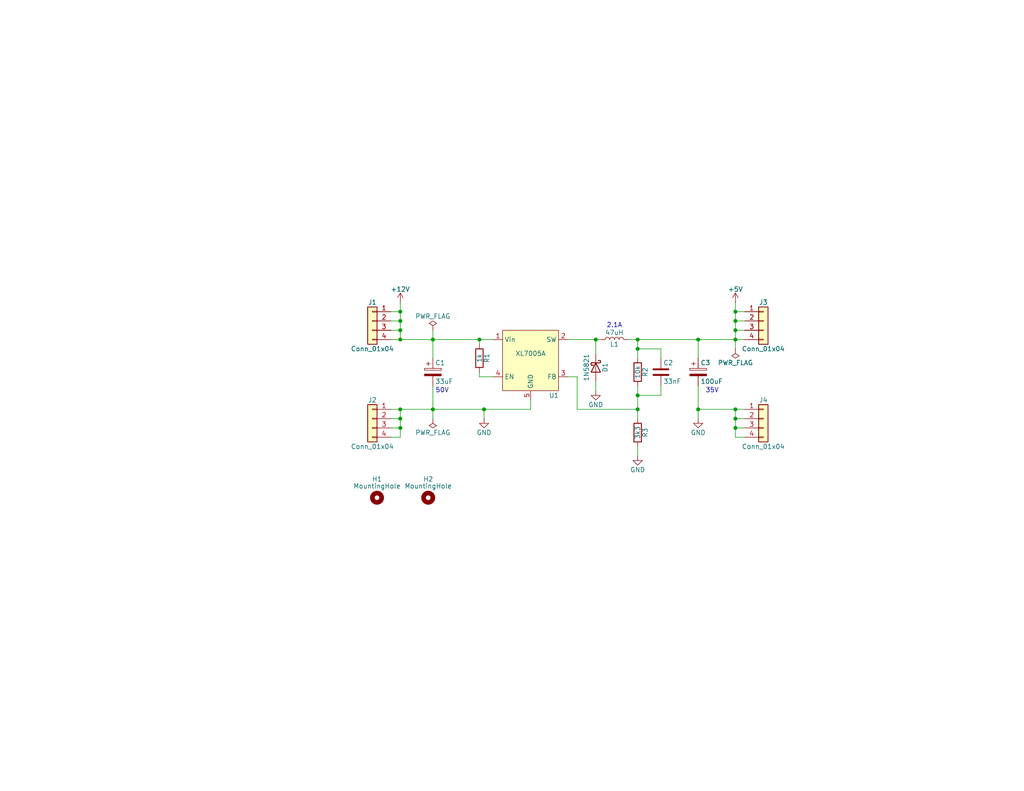
<source format=kicad_sch>
(kicad_sch (version 20231120) (generator "eeschema") (generator_version "8.0")
  (paper "A")
  (title_block (title "XL7005A Test PCB") (date "2024-06-26") (company "Perry Leumas"))
  (lib_symbols
    (symbol "Connector_Generic:Conn_01x04" (pin_names (offset 1.016) hide)
      (property "Reference" "J" (at 0 5.08 0))
      (property "Value" "Conn_01x04" (at 0 -7.62 0))
      (symbol "Conn_01x04_1_1"
        (rectangle (start -1.27 -4.953) (end 0 -5.207) (stroke (width 0.1524)))
        (rectangle (start -1.27 -2.413) (end 0 -2.667) (stroke (width 0.1524)))
        (rectangle (start -1.27 0.127) (end 0 -0.127) (stroke (width 0.1524)))
        (rectangle (start -1.27 2.667) (end 0 2.413) (stroke (width 0.1524)))
        (rectangle (start -1.27 3.81) (end 1.27 -6.35) (stroke (width 0.254)) (fill (type background)))
        (pin passive line (at -5.08 2.54 0) (length 3.81) (name "Pin_1") (number "1"))
        (pin passive line (at -5.08 0 0) (length 3.81) (name "Pin_2") (number "2"))
        (pin passive line (at -5.08 -2.54 0) (length 3.81) (name "Pin_3") (number "3"))
        (pin passive line (at -5.08 -5.08 0) (length 3.81) (name "Pin_4") (number "4"))
      )
    )
    (symbol "Device:C" (pin_numbers hide) (pin_names (offset 0.254))
      (property "Reference" "C" (at 0.635 2.54 0))
      (property "Value" "C" (at 0.635 -2.54 0))
      (symbol "C_0_1"
        (polyline (pts (xy -2.032 -0.762) (xy 2.032 -0.762)) (stroke (width 0.508)))
        (polyline (pts (xy -2.032 0.762) (xy 2.032 0.762)) (stroke (width 0.508)))
      )
      (symbol "C_1_1"
        (pin passive line (at 0 3.81 270) (length 2.794) (name "~") (number "1"))
        (pin passive line (at 0 -3.81 90) (length 2.794) (name "~") (number "2"))
      )
    )
    (symbol "Device:C_Polarized" (pin_numbers hide) (pin_names (offset 0.254))
      (property "Reference" "C" (at 0.635 2.54 0))
      (property "Value" "C_Polarized" (at 0.635 -2.54 0))
      (symbol "C_Polarized_0_1"
        (rectangle (start -2.286 0.508) (end 2.286 1.016))
        (polyline (pts (xy -1.778 2.286) (xy -0.762 2.286)))
        (polyline (pts (xy -1.27 2.794) (xy -1.27 1.778)))
        (rectangle (start 2.286 -0.508) (end -2.286 -1.016) (fill (type outline)))
      )
      (symbol "C_Polarized_1_1"
        (pin passive line (at 0 3.81 270) (length 2.794) (name "~") (number "1"))
        (pin passive line (at 0 -3.81 90) (length 2.794) (name "~") (number "2"))
      )
    )
    (symbol "Device:L" (pin_numbers hide) (pin_names (offset 1.016) hide)
      (property "Reference" "L" (at -1.27 0 90))
      (property "Value" "L" (at 1.905 0 90))
      (symbol "L_0_1"
        (arc (start 0 -2.54) (mid 0.6323 -1.905) (end 0 -1.27))
        (arc (start 0 -1.27) (mid 0.6323 -0.635) (end 0 0))
        (arc (start 0 0) (mid 0.6323 0.635) (end 0 1.27))
        (arc (start 0 1.27) (mid 0.6323 1.905) (end 0 2.54))
      )
      (symbol "L_1_1"
        (pin passive line (at 0 3.81 270) (length 1.27) (name "1") (number "1"))
        (pin passive line (at 0 -3.81 90) (length 1.27) (name "2") (number "2"))
      )
    )
    (symbol "Device:R" (pin_numbers hide) (pin_names (offset 0))
      (property "Reference" "R" (at 2.032 0 90))
      (property "Value" "R" (at 0 0 90))
      (symbol "R_0_1"
        (rectangle (start -1.016 -2.54) (end 1.016 2.54) (stroke (width 0.254)))
      )
      (symbol "R_1_1"
        (pin passive line (at 0 3.81 270) (length 1.27) (name "~") (number "1"))
        (pin passive line (at 0 -3.81 90) (length 1.27) (name "~") (number "2"))
      )
    )
    (symbol "Diode:1N5821" (pin_numbers hide) (pin_names (offset 1.016) hide)
      (property "Reference" "D" (at 0 2.54 0))
      (property "Value" "1N5821" (at 0 -2.54 0))
      (symbol "1N5821_0_1"
        (polyline (pts (xy 1.27 0) (xy -1.27 0)))
        (polyline (pts (xy 1.27 1.27) (xy 1.27 -1.27) (xy -1.27 0) (xy 1.27 1.27)) (stroke (width 0.254)))
        (polyline (pts (xy -1.905 0.635) (xy -1.905 1.27) (xy -1.27 1.27) (xy -1.27 -1.27) (xy -0.635 -1.27) (xy -0.635 -0.635)) (stroke (width 0.254)))
      )
      (symbol "1N5821_1_1"
        (pin passive line (at -3.81 0 0) (length 2.54) (name "K") (number "1"))
        (pin passive line (at 3.81 0 180) (length 2.54) (name "A") (number "2"))
      )
    )
    (symbol "Mechanical:MountingHole" (pin_names (offset 1.016)) (exclude_from_sim yes) (in_bom no)
      (property "Reference" "H" (at 0 5.08 0))
      (property "Value" "MountingHole" (at 0 3.175 0))
      (symbol "MountingHole_0_1"
        (circle (center 0 0) (radius 1.27) (stroke (width 1.27)))
      )
    )
    (symbol "pl_dcdc:XL7005A"
      (property "Reference" "U" (at 6.35 -15.24 0))
      (property "Value" "XL7005A" (at 0 -3.81 0))
      (symbol "XL7005A_1_1"
        (rectangle (start -7.62 2.54) (end 7.62 -13.97) (fill (type background)))
        (pin power_in line (at -10.16 0 0) (length 2.54) (name "Vin") (number "1"))
        (pin power_out line (at 10.16 0 180) (length 2.54) (name "SW") (number "2"))
        (pin input line (at 10.16 -10.16 180) (length 2.54) (name "FB") (number "3"))
        (pin input line (at -10.16 -10.16 0) (length 2.54) (name "EN") (number "4"))
        (pin power_in line (at 0 -16.51 90) (length 2.54) (name "GND") (number "5"))
        (pin power_in line (at 0 -16.51 90) (length 2.54) hide (name "GND") (number "6"))
        (pin power_in line (at 0 -16.51 90) (length 2.54) hide (name "GND") (number "7"))
        (pin power_in line (at 0 -16.51 90) (length 2.54) hide (name "GND") (number "8"))
        (pin power_in line (at 0 -16.51 90) (length 2.54) hide (name "PAD") (number "9"))
      )
    )
    (symbol "power:+12V" (power) (pin_numbers hide) (pin_names (offset 0) hide)
      (property "Value" "+12V" (at 0 3.556 0))
      (symbol "+12V_0_1"
        (polyline (pts (xy -0.762 1.27) (xy 0 2.54)))
        (polyline (pts (xy 0 0) (xy 0 2.54)))
        (polyline (pts (xy 0 2.54) (xy 0.762 1.27)))
      )
      (symbol "+12V_1_1"
        (pin power_in line (at 0 0 90) (length 0) (name "~") (number "1"))
      )
    )
    (symbol "power:+5V" (power) (pin_numbers hide) (pin_names (offset 0) hide)
      (property "Value" "+5V" (at 0 3.556 0))
      (symbol "+5V_0_1"
        (polyline (pts (xy -0.762 1.27) (xy 0 2.54)))
        (polyline (pts (xy 0 0) (xy 0 2.54)))
        (polyline (pts (xy 0 2.54) (xy 0.762 1.27)))
      )
      (symbol "+5V_1_1"
        (pin power_in line (at 0 0 90) (length 0) (name "~") (number "1"))
      )
    )
    (symbol "power:GND" (power) (pin_numbers hide) (pin_names (offset 0) hide)
      (property "Value" "GND" (at 0 -3.81 0))
      (symbol "GND_0_1"
        (polyline (pts (xy 0 0) (xy 0 -1.27) (xy 1.27 -1.27) (xy 0 -2.54) (xy -1.27 -1.27) (xy 0 -1.27)))
      )
      (symbol "GND_1_1"
        (pin power_in line (at 0 0 270) (length 0) (name "~") (number "1"))
      )
    )
    (symbol "power:PWR_FLAG" (power) (pin_numbers hide) (pin_names (offset 0) hide)
      (property "Value" "PWR_FLAG" (at 0 3.81 0))
      (symbol "PWR_FLAG_0_0"
        (pin power_out line (at 0 0 90) (length 0) (name "~") (number "1"))
      )
      (symbol "PWR_FLAG_0_1"
        (polyline (pts (xy 0 0) (xy 0 1.27) (xy -1.016 1.905) (xy 0 2.54) (xy 1.016 1.905) (xy 0 1.27)))
      )
    )
  )
  (junction (at 173.99 111.76))
  (junction (at 200.66 116.84))
  (junction (at 200.66 114.3))
  (junction (at 173.99 107.95))
  (junction (at 200.66 90.17))
  (junction (at 162.56 92.71))
  (junction (at 109.22 90.17))
  (junction (at 200.66 85.09))
  (junction (at 132.08 111.76))
  (junction (at 109.22 111.76))
  (junction (at 109.22 92.71))
  (junction (at 200.66 92.71))
  (junction (at 173.99 92.71))
  (junction (at 109.22 87.63))
  (junction (at 190.5 92.71))
  (junction (at 109.22 85.09))
  (junction (at 109.22 114.3))
  (junction (at 173.99 95.25))
  (junction (at 200.66 111.76))
  (junction (at 200.66 87.63))
  (junction (at 118.11 92.71))
  (junction (at 130.81 92.71))
  (junction (at 109.22 116.84))
  (junction (at 190.5 111.76))
  (junction (at 118.11 111.76))
  (wire (pts (xy 200.66 90.17) (xy 203.2 90.17)))
  (wire (pts (xy 157.48 111.76) (xy 157.48 102.87)))
  (wire (pts (xy 180.34 97.79) (xy 180.34 95.25)))
  (wire (pts (xy 118.11 111.76) (xy 118.11 114.3)))
  (wire (pts (xy 173.99 95.25) (xy 173.99 97.79)))
  (wire (pts (xy 106.68 92.71) (xy 109.22 92.71)))
  (wire (pts (xy 118.11 90.17) (xy 118.11 92.71)))
  (wire (pts (xy 118.11 92.71) (xy 130.81 92.71)))
  (wire (pts (xy 109.22 116.84) (xy 109.22 119.38)))
  (wire (pts (xy 162.56 92.71) (xy 163.83 92.71)))
  (wire (pts (xy 200.66 114.3) (xy 200.66 116.84)))
  (wire (pts (xy 171.45 92.71) (xy 173.99 92.71)))
  (wire (pts (xy 130.81 102.87) (xy 134.62 102.87)))
  (wire (pts (xy 173.99 111.76) (xy 157.48 111.76)))
  (wire (pts (xy 180.34 95.25) (xy 173.99 95.25)))
  (wire (pts (xy 144.78 109.22) (xy 144.78 111.76)))
  (wire (pts (xy 106.68 87.63) (xy 109.22 87.63)))
  (wire (pts (xy 106.68 116.84) (xy 109.22 116.84)))
  (wire (pts (xy 173.99 124.46) (xy 173.99 121.92)))
  (wire (pts (xy 109.22 82.55) (xy 109.22 85.09)))
  (wire (pts (xy 200.66 87.63) (xy 200.66 90.17)))
  (wire (pts (xy 106.68 114.3) (xy 109.22 114.3)))
  (wire (pts (xy 109.22 90.17) (xy 109.22 92.71)))
  (wire (pts (xy 109.22 114.3) (xy 109.22 116.84)))
  (wire (pts (xy 173.99 111.76) (xy 173.99 114.3)))
  (wire (pts (xy 200.66 116.84) (xy 200.66 119.38)))
  (wire (pts (xy 162.56 96.52) (xy 162.56 92.71)))
  (wire (pts (xy 106.68 85.09) (xy 109.22 85.09)))
  (wire (pts (xy 200.66 85.09) (xy 200.66 87.63)))
  (wire (pts (xy 109.22 111.76) (xy 118.11 111.76)))
  (wire (pts (xy 200.66 114.3) (xy 203.2 114.3)))
  (wire (pts (xy 118.11 105.41) (xy 118.11 111.76)))
  (wire (pts (xy 130.81 92.71) (xy 134.62 92.71)))
  (wire (pts (xy 173.99 111.76) (xy 173.99 107.95)))
  (wire (pts (xy 173.99 107.95) (xy 180.34 107.95)))
  (wire (pts (xy 154.94 92.71) (xy 162.56 92.71)))
  (wire (pts (xy 106.68 90.17) (xy 109.22 90.17)))
  (wire (pts (xy 200.66 111.76) (xy 203.2 111.76)))
  (wire (pts (xy 200.66 90.17) (xy 200.66 92.71)))
  (wire (pts (xy 130.81 93.98) (xy 130.81 92.71)))
  (wire (pts (xy 180.34 105.41) (xy 180.34 107.95)))
  (wire (pts (xy 190.5 111.76) (xy 190.5 114.3)))
  (wire (pts (xy 118.11 97.79) (xy 118.11 92.71)))
  (wire (pts (xy 200.66 92.71) (xy 203.2 92.71)))
  (wire (pts (xy 200.66 92.71) (xy 200.66 95.25)))
  (wire (pts (xy 109.22 85.09) (xy 109.22 87.63)))
  (wire (pts (xy 109.22 87.63) (xy 109.22 90.17)))
  (wire (pts (xy 200.66 87.63) (xy 203.2 87.63)))
  (wire (pts (xy 106.68 119.38) (xy 109.22 119.38)))
  (wire (pts (xy 118.11 111.76) (xy 132.08 111.76)))
  (wire (pts (xy 154.94 102.87) (xy 157.48 102.87)))
  (wire (pts (xy 190.5 111.76) (xy 200.66 111.76)))
  (wire (pts (xy 132.08 111.76) (xy 132.08 114.3)))
  (wire (pts (xy 106.68 111.76) (xy 109.22 111.76)))
  (wire (pts (xy 190.5 92.71) (xy 200.66 92.71)))
  (wire (pts (xy 109.22 92.71) (xy 118.11 92.71)))
  (wire (pts (xy 173.99 105.41) (xy 173.99 107.95)))
  (wire (pts (xy 173.99 92.71) (xy 173.99 95.25)))
  (wire (pts (xy 132.08 111.76) (xy 144.78 111.76)))
  (wire (pts (xy 203.2 85.09) (xy 200.66 85.09)))
  (wire (pts (xy 200.66 116.84) (xy 203.2 116.84)))
  (wire (pts (xy 200.66 111.76) (xy 200.66 114.3)))
  (wire (pts (xy 173.99 92.71) (xy 190.5 92.71)))
  (wire (pts (xy 200.66 82.55) (xy 200.66 85.09)))
  (wire (pts (xy 190.5 92.71) (xy 190.5 97.79)))
  (wire (pts (xy 130.81 101.6) (xy 130.81 102.87)))
  (wire (pts (xy 190.5 105.41) (xy 190.5 111.76)))
  (wire (pts (xy 203.2 119.38) (xy 200.66 119.38)))
  (wire (pts (xy 162.56 104.14) (xy 162.56 106.68)))
  (wire (pts (xy 109.22 111.76) (xy 109.22 114.3)))
  (text "50V" (at 120.65 106.68 0) (effects (font (size 1.27 1.27))))
  (text "2.1A" (at 167.64 88.9 0) (effects (font (size 1.27 1.27))))
  (text "35V" (at 194.31 106.68 0) (effects (font (size 1.27 1.27))))
  (symbol (lib_id "power:PWR_FLAG") (at 200.66 95.25 180) (unit 1)
    (property "Reference" "#FLG03" (effects (hide yes)))
    (property "Value" "PWR_FLAG" (at 200.66 99.06 0))
    (property "Description" "Special symbol for telling ERC where power comes from" (effects (hide yes)))
  )
  (symbol (lib_id "Device:L") (at 167.64 92.71 90) (unit 1)
    (property "Reference" "L1" (at 167.64 93.98 90))
    (property "Value" "47uH" (at 167.64 90.805 90))
    (property "Footprint" "Inductor_SMD:L_10.4x10.4_H4.8" (effects (hide yes)))
    (property "Description" "Inductor" (effects (hide yes)))
  )
  (symbol (lib_id "Connector_Generic:Conn_01x04") (at 208.28 114.3 0) (unit 1)
    (property "Reference" "J4" (at 208.28 109.22 0))
    (property "Value" "Conn_01x04" (at 208.28 121.92 0))
    (property "Footprint" "Connector_PinHeader_2.54mm:PinHeader_1x04_P2.54mm_Vertical" (effects (hide yes)))
    (property "Description" "Generic connector, single row, 01x04, script generated (kicad-library-utils/schlib/autogen/connector/)" (effects (hide yes)))
  )
  (symbol (lib_id "power:GND") (at 132.08 114.3 0) (unit 1)
    (property "Reference" "#PWR02" (effects (hide yes)))
    (property "Value" "GND" (at 132.08 118.11 0))
    (property "Description" "Power symbol creates a global label with name \"GND\" , ground" (effects (hide yes)))
  )
  (symbol (lib_id "Device:R") (at 130.81 97.79 0) (unit 1)
    (property "Reference" "R1" (at 132.842 97.79 90))
    (property "Value" "1k" (at 130.81 97.79 90))
    (property "Footprint" "Resistor_THT:R_Axial_DIN0207_L6.3mm_D2.5mm_P10.16mm_Horizontal" (effects (hide yes)))
    (property "Description" "Resistor" (effects (hide yes)))
  )
  (symbol (lib_id "Device:R") (at 173.99 118.11 0) (unit 1)
    (property "Reference" "R3" (at 176.022 118.11 90))
    (property "Value" "3k3" (at 173.99 118.11 90))
    (property "Footprint" "Resistor_THT:R_Axial_DIN0207_L6.3mm_D2.5mm_P10.16mm_Horizontal" (effects (hide yes)))
    (property "Description" "Resistor" (effects (hide yes)))
  )
  (symbol (lib_id "Connector_Generic:Conn_01x04") (at 101.6 87.63 0) (mirror y) (unit 1)
    (property "Reference" "J1" (at 101.6 82.55 0))
    (property "Value" "Conn_01x04" (at 101.6 95.25 0))
    (property "Footprint" "Connector_PinHeader_2.54mm:PinHeader_1x04_P2.54mm_Vertical" (effects (hide yes)))
    (property "Description" "Generic connector, single row, 01x04, script generated (kicad-library-utils/schlib/autogen/connector/)" (effects (hide yes)))
  )
  (symbol (lib_id "pl_dcdc:XL7005A") (at 144.78 92.71 0) (unit 1)
    (property "Reference" "U1" (at 151.13 107.95 0))
    (property "Value" "XL7005A" (at 144.78 96.52 0))
    (property "Footprint" "Package_SO:SOIC-8-1EP_3.9x4.9mm_P1.27mm_EP2.41x3.3mm" (effects (hide yes)))
  )
  (symbol (lib_id "Mechanical:MountingHole") (at 102.87 135.89 0) (unit 1) (exclude_from_sim yes) (in_bom no)
    (property "Reference" "H1" (at 102.87 130.81 0))
    (property "Value" "MountingHole" (at 102.87 132.715 0))
    (property "Footprint" "MountingHole:MountingHole_3.2mm_M3" (effects (hide yes)))
    (property "Description" "Mounting Hole without connection" (effects (hide yes)))
  )
  (symbol (lib_id "power:+12V") (at 109.22 82.55 0) (unit 1)
    (property "Reference" "#PWR01" (effects (hide yes)))
    (property "Value" "+12V" (at 109.22 78.994 0))
    (property "Description" "Power symbol creates a global label with name \"+12V\"" (effects (hide yes)))
  )
  (symbol (lib_id "Device:R") (at 173.99 101.6 0) (unit 1)
    (property "Reference" "R2" (at 176.022 101.6 90))
    (property "Value" "10k" (at 173.99 101.6 90))
    (property "Footprint" "Resistor_THT:R_Axial_DIN0207_L6.3mm_D2.5mm_P10.16mm_Horizontal" (effects (hide yes)))
    (property "Description" "Resistor" (effects (hide yes)))
  )
  (symbol (lib_id "power:GND") (at 173.99 124.46 0) (unit 1)
    (property "Reference" "#PWR04" (effects (hide yes)))
    (property "Value" "GND" (at 173.99 128.27 0))
    (property "Description" "Power symbol creates a global label with name \"GND\" , ground" (effects (hide yes)))
  )
  (symbol (lib_id "Connector_Generic:Conn_01x04") (at 101.6 114.3 0) (mirror y) (unit 1)
    (property "Reference" "J2" (at 101.6 109.22 0))
    (property "Value" "Conn_01x04" (at 101.6 121.92 0))
    (property "Footprint" "Connector_PinHeader_2.54mm:PinHeader_1x04_P2.54mm_Vertical" (effects (hide yes)))
    (property "Description" "Generic connector, single row, 01x04, script generated (kicad-library-utils/schlib/autogen/connector/)" (effects (hide yes)))
  )
  (symbol (lib_id "Device:C") (at 180.34 101.6 0) (unit 1)
    (property "Reference" "C2" (at 180.975 99.06 0) (effects (justify left)))
    (property "Value" "33nF" (at 180.975 104.14 0) (effects (justify left)))
    (property "Footprint" "Capacitor_THT:C_Disc_D3.8mm_W2.6mm_P2.50mm" (effects (hide yes)))
    (property "Description" "Unpolarized capacitor" (effects (hide yes)))
  )
  (symbol (lib_id "Connector_Generic:Conn_01x04") (at 208.28 87.63 0) (unit 1)
    (property "Reference" "J3" (at 208.28 82.55 0))
    (property "Value" "Conn_01x04" (at 208.28 95.25 0))
    (property "Footprint" "Connector_PinHeader_2.54mm:PinHeader_1x04_P2.54mm_Vertical" (effects (hide yes)))
    (property "Description" "Generic connector, single row, 01x04, script generated (kicad-library-utils/schlib/autogen/connector/)" (effects (hide yes)))
  )
  (symbol (lib_id "Device:C_Polarized") (at 190.5 101.6 0) (unit 1)
    (property "Reference" "C3" (at 191.135 99.06 0) (effects (justify left)))
    (property "Value" "100uF" (at 191.135 104.14 0) (effects (justify left)))
    (property "Footprint" "Capacitor_THT:CP_Radial_D6.3mm_P2.50mm" (effects (hide yes)))
    (property "Description" "Polarized capacitor" (effects (hide yes)))
  )
  (symbol (lib_id "Device:C_Polarized") (at 118.11 101.6 0) (unit 1)
    (property "Reference" "C1" (at 118.745 99.06 0) (effects (justify left)))
    (property "Value" "33uF" (at 118.745 104.14 0) (effects (justify left)))
    (property "Footprint" "Capacitor_THT:CP_Axial_L18.0mm_D6.5mm_P25.00mm_Horizontal" (effects (hide yes)))
    (property "Description" "Polarized capacitor" (effects (hide yes)))
  )
  (symbol (lib_id "power:GND") (at 190.5 114.3 0) (unit 1)
    (property "Reference" "#PWR05" (effects (hide yes)))
    (property "Value" "GND" (at 190.5 118.11 0))
    (property "Description" "Power symbol creates a global label with name \"GND\" , ground" (effects (hide yes)))
  )
  (symbol (lib_id "power:GND") (at 162.56 106.68 0) (unit 1)
    (property "Reference" "#PWR03" (effects (hide yes)))
    (property "Value" "GND" (at 162.56 110.49 0))
    (property "Description" "Power symbol creates a global label with name \"GND\" , ground" (effects (hide yes)))
  )
  (symbol (lib_id "Mechanical:MountingHole") (at 116.84 135.89 0) (unit 1) (exclude_from_sim yes) (in_bom no)
    (property "Reference" "H2" (at 116.84 130.81 0))
    (property "Value" "MountingHole" (at 116.84 132.715 0))
    (property "Footprint" "MountingHole:MountingHole_3.2mm_M3" (effects (hide yes)))
    (property "Description" "Mounting Hole without connection" (effects (hide yes)))
  )
  (symbol (lib_id "power:+5V") (at 200.66 82.55 0) (unit 1)
    (property "Reference" "#PWR06" (effects (hide yes)))
    (property "Value" "+5V" (at 200.66 78.994 0))
    (property "Description" "Power symbol creates a global label with name \"+5V\"" (effects (hide yes)))
  )
  (symbol (lib_id "Diode:1N5821") (at 162.56 100.33 270) (unit 1)
    (property "Reference" "D1" (at 165.1 100.33 0))
    (property "Value" "1N5821" (at 160.02 100.33 0))
    (property "Footprint" "Diode_THT:D_DO-201AD_P15.24mm_Horizontal" (effects (hide yes)))
    (property "Datasheet" "http://www.vishay.com/docs/88526/1n5820.pdf" (effects (hide yes)))
    (property "Description" "30V 3A Schottky Barrier Rectifier Diode, DO-201AD" (effects (hide yes)))
  )
  (symbol (lib_id "power:PWR_FLAG") (at 118.11 114.3 180) (unit 1)
    (property "Reference" "#FLG02" (effects (hide yes)))
    (property "Value" "PWR_FLAG" (at 118.11 118.11 0))
    (property "Description" "Special symbol for telling ERC where power comes from" (effects (hide yes)))
  )
  (symbol (lib_id "power:PWR_FLAG") (at 118.11 90.17 0) (unit 1)
    (property "Reference" "#FLG01" (effects (hide yes)))
    (property "Value" "PWR_FLAG" (at 118.11 86.36 0))
    (property "Description" "Special symbol for telling ERC where power comes from" (effects (hide yes)))
  )
)
</source>
